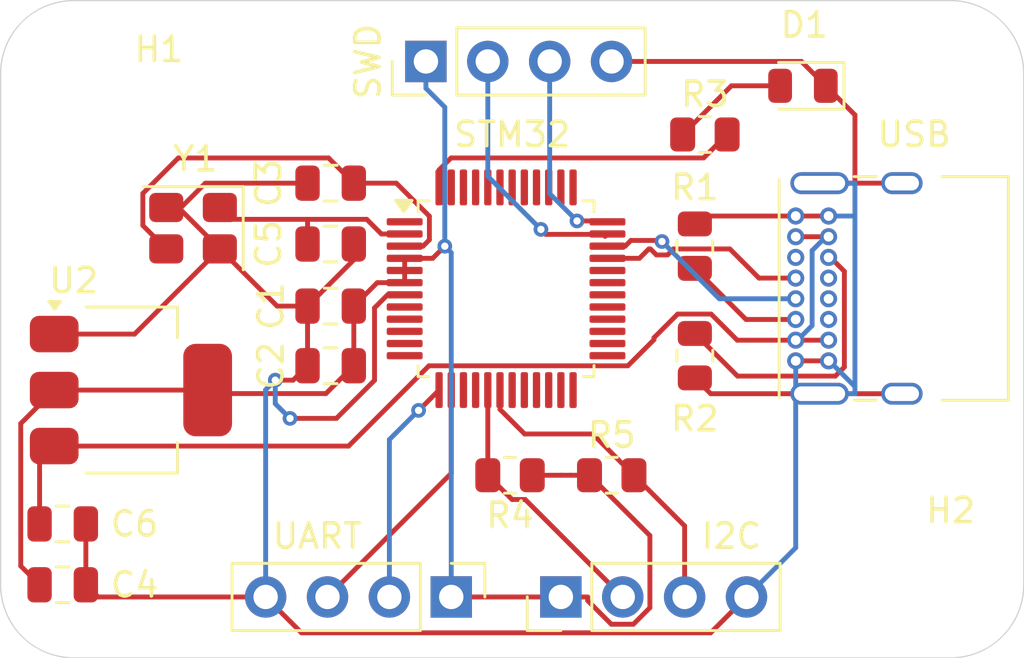
<source format=kicad_pcb>
(kicad_pcb (version 20241229) (generator "pcbnew") (generator_version "9.0")
  (layers (0 "F.Cu" signal) (2 "B.Cu" signal) (13 "F.Paste" user) (15 "B.Paste" user) (5 "F.SilkS" user "F.Silkscreen") (7 "B.SilkS" user "B.Silkscreen") (1 "F.Mask" user) (3 "B.Mask" user) (25 "Edge.Cuts" user))
  (net 0 "")
  (net 1 "GND")
  (net 2 "/OSC_OUT")
  (net 3 "/OSC_IN")
  (net 5 "/USB_Det2")
  (net 6 "/USB_Det1")
  (net 8 "/USB_D-")
  (net 9 "/USB_D+")
  (net 10 "/SWCLK")
  (net 11 "/SWDIO")
  (net 12 "/UART_TX")
  (net 13 "/UART_RX")
  (net 14 "/I2C_SCL")
  (net 15 "/I2C_SDA")
  (net 16 "/LED")
  (net 50 "/VCC")
  (net 51 "/R_LED")
  (net 52 "VBUS")
  (footprint "Connector_PinHeader_2.54mm:PinHeader_1x04_P2.54mm_Vertical" (layer "F.Cu") (at 104 113 -90)
    (property "Reference" "UART" (at -2.5 5.5 180) (layer "F.SilkS"))
    (property "Value" "UART")
    (fp_line (start -1.38 9) (end 1.38 9) (stroke (width 0.12)) (layer "F.SilkS"))
    (fp_line (start -1.38 1.27) (end -1.38 9) (stroke (width 0.12)) (layer "F.SilkS"))
    (fp_line (start -1.38 1.27) (end 1.38 1.27) (stroke (width 0.12)) (layer "F.SilkS"))
    (fp_line (start 1.38 1.27) (end 1.38 9) (stroke (width 0.12)) (layer "F.SilkS"))
    (fp_line (start -1.38 0) (end -1.38 -1.38) (stroke (width 0.12)) (layer "F.SilkS"))
    (fp_line (start -1.38 -1.38) (end 0 -1.38) (stroke (width 0.12)) (layer "F.SilkS"))
    (pad "1" thru_hole rect (at 0 0 270) (size 1.7 1.7) (drill 1) (layers "*.Cu" "*.Mask") (net 50 "/VCC"))
    (pad "2" thru_hole circle (at 0 2.54 270) (size 1.7 1.7) (drill 1) (layers "*.Cu" "*.Mask") (net 12 "/UART_TX"))
    (pad "3" thru_hole circle (at 0 5.08 270) (size 1.7 1.7) (drill 1) (layers "*.Cu" "*.Mask") (net 13 "/UART_RX"))
    (pad "4" thru_hole circle (at 0 7.62 270) (size 1.7 1.7) (drill 1) (layers "*.Cu" "*.Mask") (net 1 "GND"))
  )
  (footprint "Capacitor_SMD:C_0805_2012Metric" (layer "F.Cu") (at 88.05 110)
    (property "Reference" "C6" (at 2.95 0 0) (layer "F.SilkS"))
    (property "Value" "22uF")
    (fp_line (start -0.261252 -0.735) (end 0.261252 -0.735) (stroke (width 0.12)) (layer "F.SilkS"))
    (fp_line (start -0.261252 0.735) (end 0.261252 0.735) (stroke (width 0.12)) (layer "F.SilkS"))
    (pad "1" smd roundrect (at -0.95 0) (size 1 1.45) (layers "F.Cu" "F.Mask" "F.Paste") (net 52 "VBUS"))
    (pad "2" smd roundrect (at 0.95 0) (size 1 1.45) (layers "F.Cu" "F.Mask" "F.Paste") (net 1 "GND"))
  )
  (footprint "Connector_PinHeader_2.54mm:PinHeader_1x04_P2.54mm_Vertical" (layer "F.Cu") (at 108.5 113 90)
    (property "Reference" "I2C" (at 2.5 7 180) (layer "F.SilkS"))
    (property "Value" "I2C")
    (fp_line (start -1.38 -1.38) (end 0 -1.38) (stroke (width 0.12)) (layer "F.SilkS"))
    (fp_line (start -1.38 0) (end -1.38 -1.38) (stroke (width 0.12)) (layer "F.SilkS"))
    (fp_line (start 1.38 1.27) (end 1.38 9) (stroke (width 0.12)) (layer "F.SilkS"))
    (fp_line (start -1.38 1.27) (end 1.38 1.27) (stroke (width 0.12)) (layer "F.SilkS"))
    (fp_line (start -1.38 1.27) (end -1.38 9) (stroke (width 0.12)) (layer "F.SilkS"))
    (fp_line (start -1.38 9) (end 1.38 9) (stroke (width 0.12)) (layer "F.SilkS"))
    (pad "1" thru_hole rect (at 0 0 90) (size 1.7 1.7) (drill 1) (layers "*.Cu" "*.Mask") (net 50 "/VCC"))
    (pad "2" thru_hole circle (at 0 2.54 90) (size 1.7 1.7) (drill 1) (layers "*.Cu" "*.Mask") (net 15 "/I2C_SDA"))
    (pad "3" thru_hole circle (at 0 5.08 90) (size 1.7 1.7) (drill 1) (layers "*.Cu" "*.Mask") (net 14 "/I2C_SCL"))
    (pad "4" thru_hole circle (at 0 7.62 90) (size 1.7 1.7) (drill 1) (layers "*.Cu" "*.Mask") (net 1 "GND"))
  )
  (footprint "Package_QFP:LQFP-48_7x7mm_P0.5mm" (layer "F.Cu") (at 106.25 100.3375)
    (property "Reference" "STM32" (at 0.25 -6.3375 0) (layer "F.SilkS"))
    (property "Value" "STM32G0B1CBTx")
    (fp_line (start -3.61 -3.61) (end -3.61 -3.16) (stroke (width 0.12)) (layer "F.SilkS"))
    (fp_line (start -3.61 3.61) (end -3.61 3.16) (stroke (width 0.12)) (layer "F.SilkS"))
    (fp_line (start -3.16 -3.61) (end -3.61 -3.61) (stroke (width 0.12)) (layer "F.SilkS"))
    (fp_line (start -3.16 3.61) (end -3.61 3.61) (stroke (width 0.12)) (layer "F.SilkS"))
    (fp_line (start 3.16 -3.61) (end 3.61 -3.61) (stroke (width 0.12)) (layer "F.SilkS"))
    (fp_line (start 3.16 3.61) (end 3.61 3.61) (stroke (width 0.12)) (layer "F.SilkS"))
    (fp_line (start 3.61 -3.61) (end 3.61 -3.16) (stroke (width 0.12)) (layer "F.SilkS"))
    (fp_line (start 3.61 3.61) (end 3.61 3.16) (stroke (width 0.12)) (layer "F.SilkS"))
    (fp_poly (pts (xy -4.2 -3.16) (xy -4.54 -3.63) (xy -3.86 -3.63)) (stroke (width 0.12)) (fill yes) (layer "F.SilkS"))
    (pad "1" smd roundrect (at -4.1625 -2.75) (size 1.475 0.3) (layers "F.Cu" "F.Mask" "F.Paste"))
    (pad "2" smd roundrect (at -4.1625 -2.25) (size 1.475 0.3) (layers "F.Cu" "F.Mask" "F.Paste") (net 3 "/OSC_IN"))
    (pad "3" smd roundrect (at -4.1625 -1.75) (size 1.475 0.3) (layers "F.Cu" "F.Mask" "F.Paste") (net 2 "/OSC_OUT"))
    (pad "4" smd roundrect (at -4.1625 -1.25) (size 1.475 0.3) (layers "F.Cu" "F.Mask" "F.Paste") (net 50 "/VCC"))
    (pad "5" smd roundrect (at -4.1625 -0.75) (size 1.475 0.3) (layers "F.Cu" "F.Mask" "F.Paste") (net 50 "/VCC"))
    (pad "6" smd roundrect (at -4.1625 -0.25) (size 1.475 0.3) (layers "F.Cu" "F.Mask" "F.Paste") (net 50 "/VCC"))
    (pad "7" smd roundrect (at -4.1625 0.25) (size 1.475 0.3) (layers "F.Cu" "F.Mask" "F.Paste") (net 1 "GND"))
    (pad "8" smd roundrect (at -4.1625 0.75) (size 1.475 0.3) (layers "F.Cu" "F.Mask" "F.Paste"))
    (pad "9" smd roundrect (at -4.1625 1.25) (size 1.475 0.3) (layers "F.Cu" "F.Mask" "F.Paste"))
    (pad "10" smd roundrect (at -4.1625 1.75) (size 1.475 0.3) (layers "F.Cu" "F.Mask" "F.Paste"))
    (pad "11" smd roundrect (at -4.1625 2.25) (size 1.475 0.3) (layers "F.Cu" "F.Mask" "F.Paste"))
    (pad "12" smd roundrect (at -4.1625 2.75) (size 1.475 0.3) (layers "F.Cu" "F.Mask" "F.Paste"))
    (pad "13" smd roundrect (at -2.75 4.1625) (size 0.3 1.475) (layers "F.Cu" "F.Mask" "F.Paste") (net 12 "/UART_TX"))
    (pad "14" smd roundrect (at -2.25 4.1625) (size 0.3 1.475) (layers "F.Cu" "F.Mask" "F.Paste") (net 13 "/UART_RX"))
    (pad "15" smd roundrect (at -1.75 4.1625) (size 0.3 1.475) (layers "F.Cu" "F.Mask" "F.Paste"))
    (pad "16" smd roundrect (at -1.25 4.1625) (size 0.3 1.475) (layers "F.Cu" "F.Mask" "F.Paste"))
    (pad "17" smd roundrect (at -0.75 4.1625) (size 0.3 1.475) (layers "F.Cu" "F.Mask" "F.Paste") (net 15 "/I2C_SDA"))
    (pad "18" smd roundrect (at -0.25 4.1625) (size 0.3 1.475) (layers "F.Cu" "F.Mask" "F.Paste") (net 14 "/I2C_SCL"))
    (pad "19" smd roundrect (at 0.25 4.1625) (size 0.3 1.475) (layers "F.Cu" "F.Mask" "F.Paste"))
    (pad "20" smd roundrect (at 0.75 4.1625) (size 0.3 1.475) (layers "F.Cu" "F.Mask" "F.Paste"))
    (pad "21" smd roundrect (at 1.25 4.1625) (size 0.3 1.475) (layers "F.Cu" "F.Mask" "F.Paste"))
    (pad "22" smd roundrect (at 1.75 4.1625) (size 0.3 1.475) (layers "F.Cu" "F.Mask" "F.Paste"))
    (pad "23" smd roundrect (at 2.25 4.1625) (size 0.3 1.475) (layers "F.Cu" "F.Mask" "F.Paste"))
    (pad "24" smd roundrect (at 2.75 4.1625) (size 0.3 1.475) (layers "F.Cu" "F.Mask" "F.Paste"))
    (pad "25" smd roundrect (at 4.1625 2.75) (size 1.475 0.3) (layers "F.Cu" "F.Mask" "F.Paste"))
    (pad "26" smd roundrect (at 4.1625 2.25) (size 1.475 0.3) (layers "F.Cu" "F.Mask" "F.Paste"))
    (pad "27" smd roundrect (at 4.1625 1.75) (size 1.475 0.3) (layers "F.Cu" "F.Mask" "F.Paste"))
    (pad "28" smd roundrect (at 4.1625 1.25) (size 1.475 0.3) (layers "F.Cu" "F.Mask" "F.Paste"))
    (pad "29" smd roundrect (at 4.1625 0.75) (size 1.475 0.3) (layers "F.Cu" "F.Mask" "F.Paste"))
    (pad "30" smd roundrect (at 4.1625 0.25) (size 1.475 0.3) (layers "F.Cu" "F.Mask" "F.Paste"))
    (pad "31" smd roundrect (at 4.1625 -0.25) (size 1.475 0.3) (layers "F.Cu" "F.Mask" "F.Paste"))
    (pad "32" smd roundrect (at 4.1625 -0.75) (size 1.475 0.3) (layers "F.Cu" "F.Mask" "F.Paste"))
    (pad "33" smd roundrect (at 4.1625 -1.25) (size 1.475 0.3) (layers "F.Cu" "F.Mask" "F.Paste") (net 8 "/USB_D-"))
    (pad "34" smd roundrect (at 4.1625 -1.75) (size 1.475 0.3) (layers "F.Cu" "F.Mask" "F.Paste") (net 9 "/USB_D+"))
    (pad "35" smd roundrect (at 4.1625 -2.25) (size 1.475 0.3) (layers "F.Cu" "F.Mask" "F.Paste") (net 11 "/SWDIO"))
    (pad "36" smd roundrect (at 4.1625 -2.75) (size 1.475 0.3) (layers "F.Cu" "F.Mask" "F.Paste") (net 10 "/SWCLK"))
    (pad "37" smd roundrect (at 2.75 -4.1625) (size 0.3 1.475) (layers "F.Cu" "F.Mask" "F.Paste"))
    (pad "38" smd roundrect (at 2.25 -4.1625) (size 0.3 1.475) (layers "F.Cu" "F.Mask" "F.Paste"))
    (pad "39" smd roundrect (at 1.75 -4.1625) (size 0.3 1.475) (layers "F.Cu" "F.Mask" "F.Paste"))
    (pad "40" smd roundrect (at 1.25 -4.1625) (size 0.3 1.475) (layers "F.Cu" "F.Mask" "F.Paste"))
    (pad "41" smd roundrect (at 0.75 -4.1625) (size 0.3 1.475) (layers "F.Cu" "F.Mask" "F.Paste"))
    (pad "42" smd roundrect (at 0.25 -4.1625) (size 0.3 1.475) (layers "F.Cu" "F.Mask" "F.Paste"))
    (pad "43" smd roundrect (at -0.25 -4.1625) (size 0.3 1.475) (layers "F.Cu" "F.Mask" "F.Paste"))
    (pad "44" smd roundrect (at -0.75 -4.1625) (size 0.3 1.475) (layers "F.Cu" "F.Mask" "F.Paste"))
    (pad "45" smd roundrect (at -1.25 -4.1625) (size 0.3 1.475) (layers "F.Cu" "F.Mask" "F.Paste"))
    (pad "46" smd roundrect (at -1.75 -4.1625) (size 0.3 1.475) (layers "F.Cu" "F.Mask" "F.Paste"))
    (pad "47" smd roundrect (at -2.25 -4.1625) (size 0.3 1.475) (layers "F.Cu" "F.Mask" "F.Paste"))
    (pad "48" smd roundrect (at -2.75 -4.1625) (size 0.3 1.475) (layers "F.Cu" "F.Mask" "F.Paste") (net 16 "/LED"))
  )
  (footprint "Resistor_SMD:R_0805_2012Metric" (layer "F.Cu") (at 106.4125 108 180)
    (property "Reference" "R4" (at 0 -1.65 0) (layer "F.SilkS"))
    (property "Value" "4.7k")
    (fp_line (start -0.227064 0.735) (end 0.227064 0.735) (stroke (width 0.12)) (layer "F.SilkS"))
    (fp_line (start -0.227064 -0.735) (end 0.227064 -0.735) (stroke (width 0.12)) (layer "F.SilkS"))
    (pad "1" smd roundrect (at -0.9125 0 180) (size 1.025 1.4) (layers "F.Cu" "F.Mask" "F.Paste") (roundrect_rratio 0.243902) (net 50 "/VCC"))
    (pad "2" smd roundrect (at 0.9125 0 180) (size 1.025 1.4) (layers "F.Cu" "F.Mask" "F.Paste") (roundrect_rratio 0.243902) (net 15 "/I2C_SDA"))
  )
  (footprint "Resistor_SMD:R_0805_2012Metric" (layer "F.Cu") (at 114.4125 94)
    (property "Reference" "R3" (at 0 -1.65 0) (layer "F.SilkS"))
    (property "Value" "330")
    (fp_line (start -0.227064 -0.735) (end 0.227064 -0.735) (stroke (width 0.12)) (layer "F.SilkS"))
    (fp_line (start -0.227064 0.735) (end 0.227064 0.735) (stroke (width 0.12)) (layer "F.SilkS"))
    (pad "1" smd roundrect (at -0.9125 0) (size 1.025 1.4) (layers "F.Cu" "F.Mask" "F.Paste") (roundrect_rratio 0.243902) (net 51 "/R_LED"))
    (pad "2" smd roundrect (at 0.9125 0) (size 1.025 1.4) (layers "F.Cu" "F.Mask" "F.Paste") (roundrect_rratio 0.243902) (net 16 "/LED"))
  )
  (footprint "Crystal:Crystal_SMD_3225-4Pin_3.2x2.5mm" (layer "F.Cu") (at 93.4 97.85 180)
    (property "Reference" "Y1" (at -0.1 2.85 180) (layer "F.SilkS"))
    (property "Value" "16MHz")
    (fp_line (start -2.06 1.71) (end 2.06 1.71) (stroke (width 0.12)) (layer "F.SilkS"))
    (fp_line (start -2.06 -1.71) (end -2.06 1.71) (stroke (width 0.12)) (layer "F.SilkS"))
    (pad "1" smd roundrect (at -1.1 0.85 180) (size 1.4 1.2) (layers "F.Cu" "F.Mask" "F.Paste") (roundrect_rratio 0.208333) (net 3 "/OSC_IN"))
    (pad "2" smd roundrect (at 1.1 0.85 180) (size 1.4 1.2) (layers "F.Cu" "F.Mask" "F.Paste") (roundrect_rratio 0.208333) (net 1 "GND"))
    (pad "3" smd roundrect (at 1.1 -0.85 180) (size 1.4 1.2) (layers "F.Cu" "F.Mask" "F.Paste") (roundrect_rratio 0.208333) (net 2 "/OSC_OUT"))
    (pad "4" smd roundrect (at -1.1 -0.85 180) (size 1.4 1.2) (layers "F.Cu" "F.Mask" "F.Paste") (roundrect_rratio 0.208333) (net 1 "GND"))
  )
  (footprint "Capacitor_SMD:C_0805_2012Metric" (layer "F.Cu") (at 88.05 112.5)
    (property "Reference" "C4" (at 2.95 0 0) (layer "F.SilkS"))
    (property "Value" "22uF")
    (fp_line (start -0.261252 -0.735) (end 0.261252 -0.735) (stroke (width 0.12)) (layer "F.SilkS"))
    (fp_line (start -0.261252 0.735) (end 0.261252 0.735) (stroke (width 0.12)) (layer "F.SilkS"))
    (pad "1" smd roundrect (at -0.95 0) (size 1 1.45) (layers "F.Cu" "F.Mask" "F.Paste") (net 50 "/VCC"))
    (pad "2" smd roundrect (at 0.95 0) (size 1 1.45) (layers "F.Cu" "F.Mask" "F.Paste") (net 1 "GND"))
  )
  (footprint "MountingHole:MountingHole_2.1mm" (layer "F.Cu") (at 88.5 91.5)
    (property "Reference" "H1" (at 3.5 -1 0) (layer "F.SilkS"))
    (property "Value" "MountingHole")
    (pad "" np_thru_hole circle (at 0 0) (size 2.1 2.1) (drill 2.1) (layers "*.Cu" "*.Mask"))
  )
  (footprint "Connector_USB:USB_C_Receptacle_GCT_USB4085" (layer "F.Cu") (at 118.14 103.3 90)
    (property "Reference" "USB" (at 9.3 4.86 180) (layer "F.SilkS"))
    (property "Value" "USB 2.0")
    (fp_line (start -1.5 -0.68) (end 7.45 -0.68) (stroke (width 0.12)) (layer "F.SilkS"))
    (fp_line (start 7.57 2.4) (end 7.57 3.3) (stroke (width 0.12)) (layer "F.SilkS"))
    (fp_line (start -1.62 2.4) (end -1.62 3.3) (stroke (width 0.12)) (layer "F.SilkS"))
    (fp_line (start 7.57 6) (end 7.57 8.73) (stroke (width 0.12)) (layer "F.SilkS"))
    (fp_line (start -1.62 6) (end -1.62 8.73) (stroke (width 0.12)) (layer "F.SilkS"))
    (fp_line (start -1.62 8.73) (end 7.57 8.73) (stroke (width 0.12)) (layer "F.SilkS"))
    (pad "A1" thru_hole circle (at 0 0 90) (size 0.7 0.7) (drill 0.4) (layers "*.Cu" "*.Mask") (net 1 "GND"))
    (pad "A4" thru_hole circle (at 0.85 0 90) (size 0.7 0.7) (drill 0.4) (layers "*.Cu" "*.Mask") (net 52 "VBUS"))
    (pad "A5" thru_hole circle (at 1.7 0 90) (size 0.7 0.7) (drill 0.4) (layers "*.Cu" "*.Mask") (net 6 "/USB_Det1"))
    (pad "A6" thru_hole circle (at 2.55 0 90) (size 0.7 0.7) (drill 0.4) (layers "*.Cu" "*.Mask") (net 9 "/USB_D+"))
    (pad "A7" thru_hole circle (at 3.4 0 90) (size 0.7 0.7) (drill 0.4) (layers "*.Cu" "*.Mask") (net 8 "/USB_D-"))
    (pad "A8" thru_hole circle (at 4.25 0 90) (size 0.7 0.7) (drill 0.4) (layers "*.Cu" "*.Mask"))
    (pad "A9" thru_hole circle (at 5.1 0 90) (size 0.7 0.7) (drill 0.4) (layers "*.Cu" "*.Mask") (net 52 "VBUS"))
    (pad "A12" thru_hole circle (at 5.95 0 90) (size 0.7 0.7) (drill 0.4) (layers "*.Cu" "*.Mask") (net 1 "GND"))
    (pad "B1" thru_hole circle (at 5.95 1.35 90) (size 0.7 0.7) (drill 0.4) (layers "*.Cu" "*.Mask") (net 1 "GND"))
    (pad "B4" thru_hole circle (at 5.1 1.35 90) (size 0.7 0.7) (drill 0.4) (layers "*.Cu" "*.Mask") (net 52 "VBUS"))
    (pad "B5" thru_hole circle (at 4.25 1.35 90) (size 0.7 0.7) (drill 0.4) (layers "*.Cu" "*.Mask") (net 5 "/USB_Det2"))
    (pad "B6" thru_hole circle (at 3.4 1.35 90) (size 0.7 0.7) (drill 0.4) (layers "*.Cu" "*.Mask"))
    (pad "B7" thru_hole circle (at 2.55 1.35 90) (size 0.7 0.7) (drill 0.4) (layers "*.Cu" "*.Mask"))
    (pad "B8" thru_hole circle (at 1.7 1.35 90) (size 0.7 0.7) (drill 0.4) (layers "*.Cu" "*.Mask"))
    (pad "B9" thru_hole circle (at 0.85 1.35 90) (size 0.7 0.7) (drill 0.4) (layers "*.Cu" "*.Mask") (net 52 "VBUS"))
    (pad "B12" thru_hole circle (at 0 1.35 90) (size 0.7 0.7) (drill 0.4) (layers "*.Cu" "*.Mask") (net 1 "GND"))
    (pad "S1" thru_hole oval (at -1.35 0.98 90) (size 0.9 2.4) (drill oval 0.6 2.1) (layers "*.Cu" "*.Mask") (net 1 "GND"))
    (pad "S1" thru_hole oval (at -1.35 4.36 90) (size 0.9 1.7) (drill oval 0.6 1.4) (layers "*.Cu" "*.Mask") (net 1 "GND"))
    (pad "S1" thru_hole oval (at 7.3 0.98 90) (size 0.9 2.4) (drill oval 0.6 2.1) (layers "*.Cu" "*.Mask") (net 1 "GND"))
    (pad "S1" thru_hole oval (at 7.3 4.36 90) (size 0.9 1.7) (drill oval 0.6 1.4) (layers "*.Cu" "*.Mask") (net 1 "GND"))
  )
  (footprint "MountingHole:MountingHole_2.1mm" (layer "F.Cu") (at 124.5 112.5)
    (property "Reference" "H2" (at 0 -3.05 0) (layer "F.SilkS"))
    (property "Value" "MountingHole")
    (pad "" np_thru_hole circle (at 0 0) (size 2.1 2.1) (drill 2.1) (layers "*.Cu" "*.Mask"))
  )
  (footprint "Resistor_SMD:R_0805_2012Metric" (layer "F.Cu") (at 110.5875 108)
    (property "Reference" "R5" (at 0 -1.65 0) (layer "F.SilkS"))
    (property "Value" "4.7k")
    (fp_line (start -0.227064 -0.735) (end 0.227064 -0.735) (stroke (width 0.12)) (layer "F.SilkS"))
    (fp_line (start -0.227064 0.735) (end 0.227064 0.735) (stroke (width 0.12)) (layer "F.SilkS"))
    (pad "1" smd roundrect (at -0.9125 0) (size 1.025 1.4) (layers "F.Cu" "F.Mask" "F.Paste") (roundrect_rratio 0.243902) (net 50 "/VCC"))
    (pad "2" smd roundrect (at 0.9125 0) (size 1.025 1.4) (layers "F.Cu" "F.Mask" "F.Paste") (roundrect_rratio 0.243902) (net 14 "/I2C_SCL"))
  )
  (footprint "Resistor_SMD:R_0805_2012Metric" (layer "F.Cu") (at 114 103.0875 90)
    (property "Reference" "R2" (at -2.5875 0 180) (layer "F.SilkS"))
    (property "Value" "5.1k")
    (fp_line (start -0.227064 -0.735) (end 0.227064 -0.735) (stroke (width 0.12)) (layer "F.SilkS"))
    (fp_line (start -0.227064 0.735) (end 0.227064 0.735) (stroke (width 0.12)) (layer "F.SilkS"))
    (pad "1" smd roundrect (at -0.9125 0 90) (size 1.025 1.4) (layers "F.Cu" "F.Mask" "F.Paste") (roundrect_rratio 0.243902) (net 1 "GND"))
    (pad "2" smd roundrect (at 0.9125 0 90) (size 1.025 1.4) (layers "F.Cu" "F.Mask" "F.Paste") (roundrect_rratio 0.243902) (net 5 "/USB_Det2"))
  )
  (footprint "Resistor_SMD:R_0805_2012Metric" (layer "F.Cu") (at 114 98.5875 90)
    (property "Reference" "R1" (at 2.4125 0 180) (layer "F.SilkS"))
    (property "Value" "5.1k")
    (fp_line (start -0.227064 -0.735) (end 0.227064 -0.735) (stroke (width 0.12)) (layer "F.SilkS"))
    (fp_line (start -0.227064 0.735) (end 0.227064 0.735) (stroke (width 0.12)) (layer "F.SilkS"))
    (pad "1" smd roundrect (at -0.9125 0 90) (size 1.025 1.4) (layers "F.Cu" "F.Mask" "F.Paste") (roundrect_rratio 0.243902) (net 6 "/USB_Det1"))
    (pad "2" smd roundrect (at 0.9125 0 90) (size 1.025 1.4) (layers "F.Cu" "F.Mask" "F.Paste") (roundrect_rratio 0.243902) (net 1 "GND"))
  )
  (footprint "Capacitor_SMD:C_0805_2012Metric" (layer "F.Cu") (at 99.05 98.5)
    (property "Reference" "C5" (at -2.55 0 90) (layer "F.SilkS"))
    (property "Value" "20pF")
    (fp_line (start -0.261252 -0.735) (end 0.261252 -0.735) (stroke (width 0.12)) (layer "F.SilkS"))
    (fp_line (start -0.261252 0.735) (end 0.261252 0.735) (stroke (width 0.12)) (layer "F.SilkS"))
    (pad "1" smd roundrect (at -0.95 0) (size 1 1.45) (layers "F.Cu" "F.Mask" "F.Paste") (net 3 "/OSC_IN"))
    (pad "2" smd roundrect (at 0.95 0) (size 1 1.45) (layers "F.Cu" "F.Mask" "F.Paste") (net 1 "GND"))
  )
  (footprint "Package_TO_SOT_SMD:SOT-223-3_TabPin2" (layer "F.Cu") (at 90.85 104.5)
    (property "Reference" "U2" (at -2.35 -4.5 0) (layer "F.SilkS"))
    (property "Value" "Voltage Regulator")
    (fp_line (start -1.85 -3.41) (end 1.91 -3.41) (stroke (width 0.12)) (layer "F.SilkS"))
    (fp_line (start -1.85 3.41) (end 1.91 3.41) (stroke (width 0.12)) (layer "F.SilkS"))
    (fp_line (start 1.91 -3.41) (end 1.91 -2.15) (stroke (width 0.12)) (layer "F.SilkS"))
    (fp_line (start 1.91 3.41) (end 1.91 2.15) (stroke (width 0.12)) (layer "F.SilkS"))
    (fp_poly (pts (xy -3.13 -3.31) (xy -3.37 -3.64) (xy -2.89 -3.64) (xy -3.13 -3.31)) (stroke (width 0.12)) (fill yes) (layer "F.SilkS"))
    (pad "1" smd roundrect (at -3.15 -2.3) (size 2 1.5) (layers "F.Cu" "F.Mask" "F.Paste") (net 1 "GND"))
    (pad "2" smd roundrect (at -3.15 0) (size 2 1.5) (layers "F.Cu" "F.Mask" "F.Paste") (net 50 "/VCC"))
    (pad "2" smd roundrect (at 3.15 0) (size 2 3.8) (layers "F.Cu" "F.Mask" "F.Paste") (net 50 "/VCC"))
    (pad "3" smd roundrect (at -3.15 2.3) (size 2 1.5) (layers "F.Cu" "F.Mask" "F.Paste") (net 52 "VBUS"))
  )
  (footprint "Capacitor_SMD:C_0805_2012Metric" (layer "F.Cu") (at 99.05 103.5 180)
    (property "Reference" "C2" (at 2.45 0 90) (layer "F.SilkS"))
    (property "Value" "100nF")
    (fp_line (start -0.261252 0.735) (end 0.261252 0.735) (stroke (width 0.12)) (layer "F.SilkS"))
    (fp_line (start -0.261252 -0.735) (end 0.261252 -0.735) (stroke (width 0.12)) (layer "F.SilkS"))
    (pad "1" smd roundrect (at -0.95 0 180) (size 1 1.45) (layers "F.Cu" "F.Mask" "F.Paste") (net 50 "/VCC"))
    (pad "2" smd roundrect (at 0.95 0 180) (size 1 1.45) (layers "F.Cu" "F.Mask" "F.Paste") (net 1 "GND"))
  )
  (footprint "Capacitor_SMD:C_0805_2012Metric" (layer "F.Cu") (at 99.05 96 180)
    (property "Reference" "C3" (at 2.55 0 90) (layer "F.SilkS"))
    (property "Value" "20pf")
    (fp_line (start -0.261252 0.735) (end 0.261252 0.735) (stroke (width 0.12)) (layer "F.SilkS"))
    (fp_line (start -0.261252 -0.735) (end 0.261252 -0.735) (stroke (width 0.12)) (layer "F.SilkS"))
    (pad "1" smd roundrect (at -0.95 0 180) (size 1 1.45) (layers "F.Cu" "F.Mask" "F.Paste") (net 2 "/OSC_OUT"))
    (pad "2" smd roundrect (at 0.95 0 180) (size 1 1.45) (layers "F.Cu" "F.Mask" "F.Paste") (net 1 "GND"))
  )
  (footprint "LED_SMD:LED_0805_2012Metric" (layer "F.Cu") (at 118.4375 92 180)
    (property "Reference" "D1" (at -0.0625 2.5 180) (layer "F.SilkS"))
    (property "Value" "LED")
    (fp_line (start 1 -0.96) (end -1.685 -0.96) (stroke (width 0.12)) (layer "F.SilkS"))
    (fp_line (start -1.685 0.96) (end 1 0.96) (stroke (width 0.12)) (layer "F.SilkS"))
    (fp_line (start -1.685 -0.96) (end -1.685 0.96) (stroke (width 0.12)) (layer "F.SilkS"))
    (pad "1" smd roundrect (at -0.9375 0 180) (size 0.975 1.4) (layers "F.Cu" "F.Mask" "F.Paste") (net 1 "GND"))
    (pad "2" smd roundrect (at 0.9375 0 180) (size 0.975 1.4) (layers "F.Cu" "F.Mask" "F.Paste") (net 51 "/R_LED"))
  )
  (footprint "Capacitor_SMD:C_0805_2012Metric" (layer "F.Cu") (at 99.05 101.05 180)
    (property "Reference" "C1" (at 2.45 0 90) (layer "F.SilkS"))
    (property "Value" "100nF")
    (fp_line (start -0.261252 0.735) (end 0.261252 0.735) (stroke (width 0.12)) (layer "F.SilkS"))
    (fp_line (start -0.261252 -0.735) (end 0.261252 -0.735) (stroke (width 0.12)) (layer "F.SilkS"))
    (pad "1" smd roundrect (at -0.95 0 180) (size 1 1.45) (layers "F.Cu" "F.Mask" "F.Paste") (net 50 "/VCC"))
    (pad "2" smd roundrect (at 0.95 0 180) (size 1 1.45) (layers "F.Cu" "F.Mask" "F.Paste") (net 1 "GND"))
  )
  (footprint "Connector_PinHeader_2.54mm:PinHeader_1x04_P2.54mm_Vertical" (layer "F.Cu") (at 102.96 91 90)
    (property "Reference" "SWD" (at 0 -2.38 90) (layer "F.SilkS"))
    (property "Value" "SWD Debugger")
    (fp_line (start -1.38 -1.38) (end 0 -1.38) (stroke (width 0.12)) (layer "F.SilkS"))
    (fp_line (start -1.38 0) (end -1.38 -1.38) (stroke (width 0.12)) (layer "F.SilkS"))
    (fp_line (start 1.38 1.27) (end 1.38 9) (stroke (width 0.12)) (layer "F.SilkS"))
    (fp_line (start -1.38 1.27) (end 1.38 1.27) (stroke (width 0.12)) (layer "F.SilkS"))
    (fp_line (start -1.38 1.27) (end -1.38 9) (stroke (width 0.12)) (layer "F.SilkS"))
    (fp_line (start -1.38 9) (end 1.38 9) (stroke (width 0.12)) (layer "F.SilkS"))
    (pad "1" thru_hole rect (at 0 0 90) (size 1.7 1.7) (drill 1) (layers "*.Cu" "*.Mask") (net 50 "/VCC"))
    (pad "2" thru_hole circle (at 0 2.54 90) (size 1.7 1.7) (drill 1) (layers "*.Cu" "*.Mask") (net 11 "/SWDIO"))
    (pad "3" thru_hole circle (at 0 5.08 90) (size 1.7 1.7) (drill 1) (layers "*.Cu" "*.Mask") (net 10 "/SWCLK"))
    (pad "4" thru_hole circle (at 0 7.62 90) (size 1.7 1.7) (drill 1) (layers "*.Cu" "*.Mask") (net 1 "GND"))
  )
  (gr_arc (start 127.5 112.5) (mid 126.62132 114.62132) (end 124.5 115.5) (stroke (width 0.05)) (layer "Edge.Cuts"))
  (gr_line (start 127.5 112.5) (end 127.5 91.5) (stroke (width 0.05)) (layer "Edge.Cuts"))
  (gr_line (start 89.5 88.5) (end 88.5 88.5) (stroke (width 0.05)) (layer "Edge.Cuts"))
  (gr_line (start 124.5 88.5) (end 89.5 88.5) (stroke (width 0.05)) (layer "Edge.Cuts"))
  (gr_arc (start 124.5 88.5) (mid 126.62132 89.37868) (end 127.5 91.5) (stroke (width 0.05)) (layer "Edge.Cuts"))
  (gr_line (start 88.5 115.5) (end 124.5 115.5) (stroke (width 0.05)) (layer "Edge.Cuts"))
  (gr_arc (start 85.5 91.5) (mid 86.37868 89.37868) (end 88.5 88.5) (stroke (width 0.05)) (layer "Edge.Cuts"))
  (gr_line (start 85.5 91.5) (end 85.5 112.5) (stroke (width 0.05)) (layer "Edge.Cuts"))
  (gr_arc (start 88.5 115.5) (mid 86.37868 114.62132) (end 85.5 112.5) (stroke (width 0.05)) (layer "Edge.Cuts"))
  (segment (start 97.5073 104.0927) (end 98.1 103.5) (width 0.2) (layer "F.Cu") (net 1))
  (segment (start 114.6475 114.4725) (end 116.12 113) (width 0.2) (layer "F.Cu") (net 1))
  (segment (start 93.9062 96) (end 98.1 96) (width 0.2) (layer "F.Cu") (net 1))
  (segment (start 114.65 104.65) (end 119.12 104.65) (width 0.2) (layer "F.Cu") (net 1))
  (segment (start 92.5913 97) (end 92.8 97) (width 0.2) (layer "F.Cu") (net 1))
  (segment (start 119.49 103.3) (end 118.14 103.3) (width 0.2) (layer "F.Cu") (net 1))
  (segment (start 101.3844 100.5875) (end 100.8497 101.1222) (width 0.2) (layer "F.Cu") (net 1))
  (segment (start 92.8531 97.0531) (end 93.9062 96) (width 0.2) (layer "F.Cu") (net 1))
  (segment (start 118.14 97.35) (end 119.49 97.35) (width 0.2) (layer "F.Cu") (net 1))
  (segment (start 96.85 101.05) (end 98.1 101.05) (width 0.2) (layer "F.Cu") (net 1))
  (segment (start 96.38 113) (end 89.5 113) (width 0.2) (layer "F.Cu") (net 1))
  (segment (start 102.0875 100.5875) (end 101.3844 100.5875) (width 0.2) (layer "F.Cu") (net 1))
  (segment (start 118.375 91) (end 119.375 92) (width 0.2) (layer "F.Cu") (net 1))
  (segment (start 89 110) (end 89 112.5) (width 0.2) (layer "F.Cu") (net 1))
  (segment (start 119.12 96) (end 120.5717 96) (width 0.2) (layer "F.Cu") (net 1))
  (segment (start 92.8531 97.0531) (end 94.5 98.7) (width 0.2) (layer "F.Cu") (net 1))
  (segment (start 120.5717 93.1967) (end 120.5717 96) (width 0.2) (layer "F.Cu") (net 1))
  (segment (start 122.5 96) (end 120.5717 96) (width 0.2) (layer "F.Cu") (net 1))
  (segment (start 97.8525 114.4725) (end 114.6475 114.4725) (width 0.2) (layer "F.Cu") (net 1))
  (segment (start 122.5 104.65) (end 119.12 104.65) (width 0.2) (layer "F.Cu") (net 1))
  (segment (start 92.3 97) (end 92.55 97) (width 0.2) (layer "F.Cu") (net 1))
  (segment (start 96.7754 104.0927) (end 97.5073 104.0927) (width 0.2) (layer "F.Cu") (net 1))
  (segment (start 99.2861 105.6636) (end 97.3802 105.6636) (width 0.2) (layer "F.Cu") (net 1))
  (segment (start 100.8497 101.1222) (end 100.8497 104.1) (width 0.2) (layer "F.Cu") (net 1))
  (segment (start 119.375 92) (end 120.5717 93.1967) (width 0.2) (layer "F.Cu") (net 1))
  (segment (start 96.38 113) (end 97.8525 114.4725) (width 0.2) (layer "F.Cu") (net 1))
  (segment (start 100 99.15) (end 100 98.5) (width 0.2) (layer "F.Cu") (net 1))
  (segment (start 92.55 97) (end 92.5913 97) (width 0.2) (layer "F.Cu") (net 1))
  (segment (start 114 97.675) (end 114.325 97.35) (width 0.2) (layer "F.Cu") (net 1))
  (segment (start 94.5 98.7) (end 96.85 101.05) (width 0.2) (layer "F.Cu") (net 1))
  (segment (start 89.5 113) (end 89 112.5) (width 0.2) (layer "F.Cu") (net 1))
  (segment (start 110.58 91) (end 118.375 91) (width 0.2) (layer "F.Cu") (net 1))
  (segment (start 87.7 102.2) (end 91 102.2) (width 0.2) (layer "F.Cu") (net 1))
  (segment (start 100.8497 104.1) (end 99.2861 105.6636) (width 0.2) (layer "F.Cu") (net 1))
  (segment (start 98.1 103.5) (end 98.1 101.05) (width 0.2) (layer "F.Cu") (net 1))
  (segment (start 98.1 101.05) (end 100 99.15) (width 0.2) (layer "F.Cu") (net 1))
  (segment (start 114.325 97.35) (end 118.14 97.35) (width 0.2) (layer "F.Cu") (net 1))
  (segment (start 92.8 97) (end 92.8531 97.0531) (width 0.2) (layer "F.Cu") (net 1))
  (segment (start 91 102.2) (end 94.5 98.7) (width 0.2) (layer "F.Cu") (net 1))
  (segment (start 114 104) (end 114.65 104.65) (width 0.2) (layer "F.Cu") (net 1))
  (via (at 97.3802 105.6636) (size 0.6) (drill 0.3) (layers "F.Cu" "B.Cu") (net 1))
  (via (at 96.7754 104.0927) (size 0.6) (drill 0.3) (layers "F.Cu" "B.Cu") (net 1))
  (segment (start 96.38 113) (end 96.38 104.4881) (width 0.2) (layer "B.Cu") (net 1))
  (segment (start 120.5717 97.35) (end 120.5717 96) (width 0.2) (layer "B.Cu") (net 1))
  (segment (start 120.5717 97.35) (end 119.49 97.35) (width 0.2) (layer "B.Cu") (net 1))
  (segment (start 119.5124 103.3) (end 119.49 103.3) (width 0.2) (layer "B.Cu") (net 1))
  (segment (start 96.38 104.4881) (end 96.7754 104.0927) (width 0.2) (layer "B.Cu") (net 1))
  (segment (start 119.12 96) (end 120.5717 96) (width 0.2) (layer "B.Cu") (net 1))
  (segment (start 118.14 110.98) (end 118.14 103.3) (width 0.2) (layer "B.Cu") (net 1))
  (segment (start 116.12 113) (end 118.14 110.98) (width 0.2) (layer "B.Cu") (net 1))
  (segment (start 120.5717 104.3593) (end 120.5717 97.35) (width 0.2) (layer "B.Cu") (net 1))
  (segment (start 119.12 104.65) (end 120.5717 104.65) (width 0.2) (layer "B.Cu") (net 1))
  (segment (start 120.5717 104.3593) (end 119.5124 103.3) (width 0.2) (layer "B.Cu") (net 1))
  (segment (start 96.7754 105.0588) (end 96.7754 104.0927) (width 0.2) (layer "B.Cu") (net 1))
  (segment (start 120.5717 104.65) (end 120.5717 104.3593) (width 0.2) (layer "B.Cu") (net 1))
  (segment (start 97.3802 105.6636) (end 96.7754 105.0588) (width 0.2) (layer "B.Cu") (net 1))
  (segment (start 92.7943 94.965) (end 98.965 94.965) (width 0.2) (layer "F.Cu") (net 2))
  (segment (start 102.8408 98.5875) (end 102.0875 98.5875) (width 0.2) (layer "F.Cu") (net 2))
  (segment (start 91.3391 97.7391) (end 91.3391 96.4202) (width 0.2) (layer "F.Cu") (net 2))
  (segment (start 91.3391 96.4202) (end 92.7943 94.965) (width 0.2) (layer "F.Cu") (net 2))
  (segment (start 98.965 94.965) (end 100 96) (width 0.2) (layer "F.Cu") (net 2))
  (segment (start 100 96) (end 101.7446 96) (width 0.2) (layer "F.Cu") (net 2))
  (segment (start 101.7446 96) (end 103.1018 97.3572) (width 0.2) (layer "F.Cu") (net 2))
  (segment (start 92.3 98.7) (end 91.3391 97.7391) (width 0.2) (layer "F.Cu") (net 2))
  (segment (start 103.1018 98.3265) (end 102.8408 98.5875) (width 0.2) (layer "F.Cu") (net 2))
  (segment (start 103.1018 97.3572) (end 103.1018 98.3265) (width 0.2) (layer "F.Cu") (net 2))
  (segment (start 102.0875 98.0875) (end 101.1315 98.0875) (width 0.2) (layer "F.Cu") (net 3))
  (segment (start 94.9862 97.4862) (end 94.5 97) (width 0.2) (layer "F.Cu") (net 3))
  (segment (start 100.5302 97.4862) (end 98.1 97.4862) (width 0.2) (layer "F.Cu") (net 3))
  (segment (start 101.1315 98.0875) (end 100.5302 97.4862) (width 0.2) (layer "F.Cu") (net 3))
  (segment (start 98.1 98.5) (end 98.1 97.4862) (width 0.2) (layer "F.Cu") (net 3))
  (segment (start 98.1 97.4862) (end 94.9862 97.4862) (width 0.2) (layer "F.Cu") (net 3))
  (segment (start 120.138 103.554) (end 119.767 103.925) (width 0.2) (layer "F.Cu") (net 5))
  (segment (start 119.767 103.925) (end 115.75 103.925) (width 0.2) (layer "F.Cu") (net 5))
  (segment (start 119.49 99.05) (end 119.565 99.05) (width 0.2) (layer "F.Cu") (net 5))
  (segment (start 120.138 99.623) (end 120.138 103.554) (width 0.2) (layer "F.Cu") (net 5))
  (segment (start 119.565 99.05) (end 120.138 99.623) (width 0.2) (layer "F.Cu") (net 5))
  (segment (start 115.75 103.925) (end 114 102.175) (width 0.2) (layer "F.Cu") (net 5))
  (segment (start 118.14 101.6) (end 116.1 101.6) (width 0.2) (layer "F.Cu") (net 6))
  (segment (start 116.1 101.6) (end 114 99.5) (width 0.2) (layer "F.Cu") (net 6))
  (segment (start 111.7247 99.0875) (end 112.1076 98.7046) (width 0.2) (layer "F.Cu") (net 8))
  (segment (start 112.8791 98.9485) (end 113.1245 98.7031) (width 0.2) (layer "F.Cu") (net 8))
  (segment (start 112.1783 98.7046) (end 112.4222 98.9485) (width 0.2) (layer "F.Cu") (net 8))
  (segment (start 116.6339 99.9) (end 118.14 99.9) (width 0.2) (layer "F.Cu") (net 8))
  (segment (start 112.1076 98.7046) (end 112.1783 98.7046) (width 0.2) (layer "F.Cu") (net 8))
  (segment (start 110.4125 99.0875) (end 111.7247 99.0875) (width 0.2) (layer "F.Cu") (net 8))
  (segment (start 113.1245 98.7031) (end 115.437 98.7031) (width 0.2) (layer "F.Cu") (net 8))
  (segment (start 112.4222 98.9485) (end 112.8791 98.9485) (width 0.2) (layer "F.Cu") (net 8))
  (segment (start 115.437 98.7031) (end 116.6339 99.9) (width 0.2) (layer "F.Cu") (net 8))
  (segment (start 112.6067 98.3529) (end 112.6506 98.3968) (width 0.2) (layer "F.Cu") (net 9))
  (segment (start 112.6506 98.3968) (end 112.6067 98.3529) (width 0.2) (layer "F.Cu") (net 9))
  (segment (start 111.3738 98.3529) (end 111.1392 98.5875) (width 0.2) (layer "F.Cu") (net 9))
  (segment (start 111.1392 98.5875) (end 110.4125 98.5875) (width 0.2) (layer "F.Cu") (net 9))
  (segment (start 112.6067 98.3529) (end 111.3738 98.3529) (width 0.2) (layer "F.Cu") (net 9))
  (segment (start 112.6506 98.3968) (end 112.6067 98.3529) (width 0.2) (layer "F.Cu") (net 9))
  (via (at 112.6506 98.3968) (size 0.6) (drill 0.3) (layers "F.Cu" "B.Cu") (net 9))
  (segment (start 118.14 100.75) (end 115.0038 100.75) (width 0.2) (layer "B.Cu") (net 9))
  (segment (start 112.6506 98.3968) (end 112.6067 98.3529) (width 0.2) (layer "B.Cu") (net 9))
  (segment (start 112.6067 98.3529) (end 112.6506 98.3968) (width 0.2) (layer "B.Cu") (net 9))
  (segment (start 115.0038 100.75) (end 112.6506 98.3968) (width 0.2) (layer "B.Cu") (net 9))
  (segment (start 109.1625 97.5501) (end 109.1625 97.5517) (width 0.2) (layer "F.Cu") (net 10))
  (segment (start 109.1625 97.5517) (end 109.1625 97.5501) (width 0.2) (layer "F.Cu") (net 10))
  (segment (start 110.3767 97.5517) (end 110.4125 97.5875) (width 0.2) (layer "F.Cu") (net 10))
  (segment (start 109.1625 97.5517) (end 110.3767 97.5517) (width 0.2) (layer "F.Cu") (net 10))
  (via (at 109.1625 97.5517) (size 0.6) (drill 0.3) (layers "F.Cu" "B.Cu") (net 10))
  (segment (start 108.04 96.4292) (end 109.1625 97.5517) (width 0.2) (layer "B.Cu") (net 10))
  (segment (start 108.04 91) (end 108.04 96.4292) (width 0.2) (layer "B.Cu") (net 10))
  (segment (start 109.1625 97.5501) (end 109.1625 97.5517) (width 0.2) (layer "B.Cu") (net 10))
  (segment (start 109.1625 97.5517) (end 109.1625 97.5501) (width 0.2) (layer "B.Cu") (net 10))
  (segment (start 107.8848 98.1027) (end 110.3973 98.1027) (width 0.2) (layer "F.Cu") (net 11))
  (segment (start 110.3145 98.1855) (end 110.4125 98.0875) (width 0.2) (layer "F.Cu") (net 11))
  (segment (start 110.3973 98.1027) (end 110.4125 98.0875) (width 0.2) (layer "F.Cu") (net 11))
  (segment (start 107.6813 97.8992) (end 107.8848 98.1027) (width 0.2) (layer "F.Cu") (net 11))
  (via (at 107.6813 97.8992) (size 0.6) (drill 0.3) (layers "F.Cu" "B.Cu") (net 11))
  (segment (start 105.5 91) (end 105.5 95.7179) (width 0.2) (layer "B.Cu") (net 11))
  (segment (start 105.5 95.7179) (end 107.6813 97.8992) (width 0.2) (layer "B.Cu") (net 11))
  (segment (start 103.5 104.5) (end 102.6651 105.3349) (width 0.2) (layer "F.Cu") (net 12))
  (segment (start 102.6651 105.3349) (end 102.6583 105.3349) (width 0.2) (layer "F.Cu") (net 12))
  (via (at 102.6583 105.3349) (size 0.6) (drill 0.3) (layers "F.Cu" "B.Cu") (net 12))
  (segment (start 102.6583 105.3349) (end 101.46 106.5332) (width 0.2) (layer "B.Cu") (net 12))
  (segment (start 101.46 106.5332) (end 101.46 113) (width 0.2) (layer "B.Cu") (net 12))
  (segment (start 104 104.5) (end 104 107.92) (width 0.2) (layer "F.Cu") (net 13))
  (segment (start 104 107.92) (end 98.92 113) (width 0.2) (layer "F.Cu") (net 13))
  (segment (start 106 104.5) (end 106 105.2917) (width 0.2) (layer "F.Cu") (net 14))
  (segment (start 106 105.2917) (end 107.0126 106.3043) (width 0.2) (layer "F.Cu") (net 14))
  (segment (start 107.0126 106.3043) (end 109.8043 106.3043) (width 0.2) (layer "F.Cu") (net 14))
  (segment (start 113.58 113) (end 113.58 110.08) (width 0.2) (layer "F.Cu") (net 14))
  (segment (start 109.8043 106.3043) (end 111.5 108) (width 0.2) (layer "F.Cu") (net 14))
  (segment (start 113.58 110.08) (end 111.5 108) (width 0.2) (layer "F.Cu") (net 14))
  (segment (start 106.4951 108.9951) (end 105.5 108) (width 0.2) (layer "F.Cu") (net 15))
  (segment (start 111.04 113) (end 107.0351 108.9951) (width 0.2) (layer "F.Cu") (net 15))
  (segment (start 107.0351 108.9951) (end 106.4951 108.9951) (width 0.2) (layer "F.Cu") (net 15))
  (segment (start 105.5 108) (end 105.5 104.5) (width 0.2) (layer "F.Cu") (net 15))
  (segment (start 114.3607 94.9643) (end 103.9899 94.9643) (width 0.2) (layer "F.Cu") (net 16))
  (segment (start 115.325 94) (end 114.3607 94.9643) (width 0.2) (layer "F.Cu") (net 16))
  (segment (start 103.5 95.4542) (end 103.5 96.175) (width 0.2) (layer "F.Cu") (net 16))
  (segment (start 103.9899 94.9643) (end 103.5 95.4542) (width 0.2) (layer "F.Cu") (net 16))
  (segment (start 102.0875 100.0875) (end 102.0875 99.5875) (width 0.2) (layer "F.Cu") (net 50))
  (segment (start 98.8556 104.6444) (end 100 103.5) (width 0.2) (layer "F.Cu") (net 50))
  (segment (start 109.675 108) (end 108.8956 108) (width 0.2) (layer "F.Cu") (net 50))
  (segment (start 100.9625 100.0875) (end 102.0875 100.0875) (width 0.2) (layer "F.Cu") (net 50))
  (segment (start 86.3266 111.7266) (end 86.3266 105.8734) (width 0.2) (layer "F.Cu") (net 50))
  (segment (start 103.2368 99.0875) (end 102.0875 99.0875) (width 0.2) (layer "F.Cu") (net 50))
  (segment (start 108.8956 108) (end 108.5413 108) (width 0.2) (layer "F.Cu") (net 50))
  (segment (start 108.5 108) (end 107.325 108) (width 0.2) (layer "F.Cu") (net 50))
  (segment (start 103.7347 98.5896) (end 103.2368 99.0875) (width 0.2) (layer "F.Cu") (net 50))
  (segment (start 87.7 104.5) (end 94 104.5) (width 0.2) (layer "F.Cu") (net 50))
  (segment (start 86.3266 105.8734) (end 87.7 104.5) (width 0.2) (layer "F.Cu") (net 50))
  (segment (start 112.1543 113.4437) (end 111.4772 114.1208) (width 0.2) (layer "F.Cu") (net 50))
  (segment (start 94.1444 104.6444) (end 98.8556 104.6444) (width 0.2) (layer "F.Cu") (net 50))
  (segment (start 109.6017 113.1511) (end 109.6017 113) (width 0.2) (layer "F.Cu") (net 50))
  (segment (start 108.5413 108) (end 108.5 108) (width 0.2) (layer "F.Cu") (net 50))
  (segment (start 87.1 112.5) (end 86.3266 111.7266) (width 0.2) (layer "F.Cu") (net 50))
  (segment (start 108.5 113) (end 109.6017 113) (width 0.2) (layer "F.Cu") (net 50))
  (segment (start 111.4772 114.1208) (end 110.5714 114.1208) (width 0.2) (layer "F.Cu") (net 50))
  (segment (start 112.1543 110.4793) (end 112.1543 113.4437) (width 0.2) (layer "F.Cu") (net 50))
  (segment (start 100 101.05) (end 100.9625 100.0875) (width 0.2) (layer "F.Cu") (net 50))
  (segment (start 94 104.5) (end 94.1444 104.6444) (width 0.2) (layer "F.Cu") (net 50))
  (segment (start 108.5 113) (end 104 113) (width 0.2) (layer "F.Cu") (net 50))
  (segment (start 110.5714 114.1208) (end 109.6017 113.1511) (width 0.2) (layer "F.Cu") (net 50))
  (segment (start 100 103.5) (end 100 101.05) (width 0.2) (layer "F.Cu") (net 50))
  (segment (start 109.675 108) (end 112.1543 110.4793) (width 0.2) (layer "F.Cu") (net 50))
  (segment (start 102.0875 99.0875) (end 102.0875 99.5875) (width 0.2) (layer "F.Cu") (net 50))
  (via (at 103.7347 98.5896) (size 0.6) (drill 0.3) (layers "F.Cu" "B.Cu") (net 50))
  (segment (start 103.7347 98.5896) (end 103.7347 92.8764) (width 0.2) (layer "B.Cu") (net 50))
  (segment (start 104 98.8549) (end 103.7347 98.5896) (width 0.2) (layer "B.Cu") (net 50))
  (segment (start 103.7347 92.8764) (end 102.96 92.1017) (width 0.2) (layer "B.Cu") (net 50))
  (segment (start 102.96 91) (end 102.96 92.1017) (width 0.2) (layer "B.Cu") (net 50))
  (segment (start 104 113) (end 104 98.8549) (width 0.2) (layer "B.Cu") (net 50))
  (segment (start 113.5 94) (end 115.5 92) (width 0.2) (layer "F.Cu") (net 51))
  (segment (start 115.5 92) (end 117.5 92) (width 0.2) (layer "F.Cu") (net 51))
  (segment (start 119.49 98.2) (end 118.14 98.2) (width 0.2) (layer "F.Cu") (net 52))
  (segment (start 87.1 107.4) (end 87.7 106.8) (width 0.2) (layer "F.Cu") (net 52))
  (segment (start 87.7 106.8) (end 99.7875 106.8) (width 0.2) (layer "F.Cu") (net 52))
  (segment (start 111.2499 103.5039) (end 112.3202 102.4336) (width 0.2) (layer "F.Cu") (net 52))
  (segment (start 119.49 102.45) (end 118.14 102.45) (width 0.2) (layer "F.Cu") (net 52))
  (segment (start 103.0836 103.5039) (end 111.2499 103.5039) (width 0.2) (layer "F.Cu") (net 52))
  (segment (start 115.7388 102.45) (end 118.14 102.45) (width 0.2) (layer "F.Cu") (net 52))
  (segment (start 114.6663 101.3775) (end 115.7388 102.45) (width 0.2) (layer "F.Cu") (net 52))
  (segment (start 87.1 110) (end 87.1 107.4) (width 0.2) (layer "F.Cu") (net 52))
  (segment (start 112.3202 102.4336) (end 112.3202 102.3532) (width 0.2) (layer "F.Cu") (net 52))
  (segment (start 99.7875 106.8) (end 103.0836 103.5039) (width 0.2) (layer "F.Cu") (net 52))
  (segment (start 113.2959 101.3775) (end 114.6663 101.3775) (width 0.2) (layer "F.Cu") (net 52))
  (segment (start 112.3202 102.3532) (end 113.2959 101.3775) (width 0.2) (layer "F.Cu") (net 52))
  (segment (start 119.3837 98.2) (end 119.49 98.2) (width 0.2) (layer "B.Cu") (net 52))
  (segment (start 118.815 98.7687) (end 119.3837 98.2) (width 0.2) (layer "B.Cu") (net 52))
  (segment (start 118.14 102.45) (end 118.215 102.45) (width 0.2) (layer "B.Cu") (net 52))
  (segment (start 118.815 101.85) (end 118.815 98.7687) (width 0.2) (layer "B.Cu") (net 52))
  (segment (start 118.215 102.45) (end 118.815 101.85) (width 0.2) (layer "B.Cu") (net 52))
)
</source>
